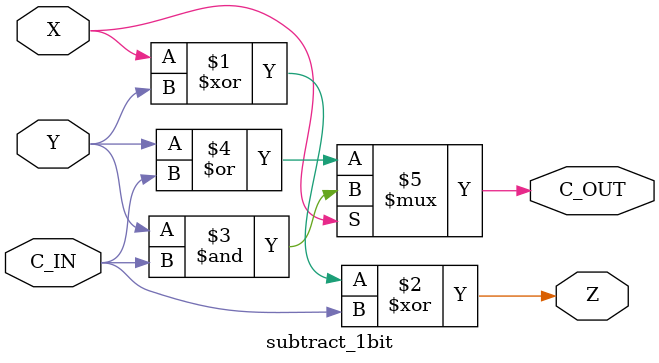
<source format=v>
`timescale 1ns / 1ps
`default_nettype none
module subtract_1bit(
   X,
   Y,
   C_IN,
   Z,
   C_OUT
);
	//port definitions
	input  wire X;
	input  wire Y;
	input  wire C_IN;
	output wire Z;
	output wire C_OUT;
   
   // Assignments to output. We use complex expressions in place of explicit
   // temporaries where 
   assign Z = (X^Y)^C_IN;
   assign C_OUT = X ? (Y & C_IN) : (Y | C_IN);

endmodule
`default_nettype wire

</source>
